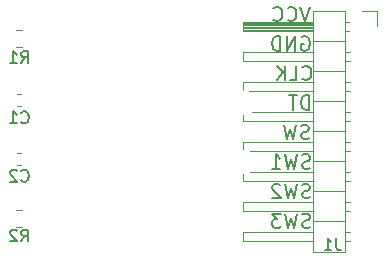
<source format=gbr>
G04 #@! TF.GenerationSoftware,KiCad,Pcbnew,(5.1.5)-3*
G04 #@! TF.CreationDate,2020-04-13T22:53:19+08:00*
G04 #@! TF.ProjectId,encoder_3btn,656e636f-6465-4725-9f33-62746e2e6b69,rev?*
G04 #@! TF.SameCoordinates,Original*
G04 #@! TF.FileFunction,Legend,Bot*
G04 #@! TF.FilePolarity,Positive*
%FSLAX46Y46*%
G04 Gerber Fmt 4.6, Leading zero omitted, Abs format (unit mm)*
G04 Created by KiCad (PCBNEW (5.1.5)-3) date 2020-04-13 22:53:19*
%MOMM*%
%LPD*%
G04 APERTURE LIST*
%ADD10C,0.150000*%
%ADD11C,0.120000*%
%ADD12C,2.102000*%
%ADD13R,2.102000X2.102000*%
%ADD14R,3.302000X2.102000*%
%ADD15C,6.102000*%
%ADD16C,0.902000*%
%ADD17C,0.100000*%
%ADD18O,1.802000X1.802000*%
%ADD19R,1.802000X1.802000*%
G04 APERTURE END LIST*
D10*
X142600000Y-125985714D02*
X142428571Y-126042857D01*
X142142857Y-126042857D01*
X142028571Y-125985714D01*
X141971428Y-125928571D01*
X141914285Y-125814285D01*
X141914285Y-125700000D01*
X141971428Y-125585714D01*
X142028571Y-125528571D01*
X142142857Y-125471428D01*
X142371428Y-125414285D01*
X142485714Y-125357142D01*
X142542857Y-125300000D01*
X142600000Y-125185714D01*
X142600000Y-125071428D01*
X142542857Y-124957142D01*
X142485714Y-124900000D01*
X142371428Y-124842857D01*
X142085714Y-124842857D01*
X141914285Y-124900000D01*
X141514285Y-124842857D02*
X141228571Y-126042857D01*
X141000000Y-125185714D01*
X140771428Y-126042857D01*
X140485714Y-124842857D01*
X140142857Y-124842857D02*
X139400000Y-124842857D01*
X139800000Y-125300000D01*
X139628571Y-125300000D01*
X139514285Y-125357142D01*
X139457142Y-125414285D01*
X139400000Y-125528571D01*
X139400000Y-125814285D01*
X139457142Y-125928571D01*
X139514285Y-125985714D01*
X139628571Y-126042857D01*
X139971428Y-126042857D01*
X140085714Y-125985714D01*
X140142857Y-125928571D01*
X142600000Y-123485714D02*
X142428571Y-123542857D01*
X142142857Y-123542857D01*
X142028571Y-123485714D01*
X141971428Y-123428571D01*
X141914285Y-123314285D01*
X141914285Y-123200000D01*
X141971428Y-123085714D01*
X142028571Y-123028571D01*
X142142857Y-122971428D01*
X142371428Y-122914285D01*
X142485714Y-122857142D01*
X142542857Y-122800000D01*
X142600000Y-122685714D01*
X142600000Y-122571428D01*
X142542857Y-122457142D01*
X142485714Y-122400000D01*
X142371428Y-122342857D01*
X142085714Y-122342857D01*
X141914285Y-122400000D01*
X141514285Y-122342857D02*
X141228571Y-123542857D01*
X141000000Y-122685714D01*
X140771428Y-123542857D01*
X140485714Y-122342857D01*
X140085714Y-122457142D02*
X140028571Y-122400000D01*
X139914285Y-122342857D01*
X139628571Y-122342857D01*
X139514285Y-122400000D01*
X139457142Y-122457142D01*
X139400000Y-122571428D01*
X139400000Y-122685714D01*
X139457142Y-122857142D01*
X140142857Y-123542857D01*
X139400000Y-123542857D01*
X142600000Y-120985714D02*
X142428571Y-121042857D01*
X142142857Y-121042857D01*
X142028571Y-120985714D01*
X141971428Y-120928571D01*
X141914285Y-120814285D01*
X141914285Y-120700000D01*
X141971428Y-120585714D01*
X142028571Y-120528571D01*
X142142857Y-120471428D01*
X142371428Y-120414285D01*
X142485714Y-120357142D01*
X142542857Y-120300000D01*
X142600000Y-120185714D01*
X142600000Y-120071428D01*
X142542857Y-119957142D01*
X142485714Y-119900000D01*
X142371428Y-119842857D01*
X142085714Y-119842857D01*
X141914285Y-119900000D01*
X141514285Y-119842857D02*
X141228571Y-121042857D01*
X141000000Y-120185714D01*
X140771428Y-121042857D01*
X140485714Y-119842857D01*
X139400000Y-121042857D02*
X140085714Y-121042857D01*
X139742857Y-121042857D02*
X139742857Y-119842857D01*
X139857142Y-120014285D01*
X139971428Y-120128571D01*
X140085714Y-120185714D01*
X142528571Y-118485714D02*
X142357142Y-118542857D01*
X142071428Y-118542857D01*
X141957142Y-118485714D01*
X141900000Y-118428571D01*
X141842857Y-118314285D01*
X141842857Y-118200000D01*
X141900000Y-118085714D01*
X141957142Y-118028571D01*
X142071428Y-117971428D01*
X142300000Y-117914285D01*
X142414285Y-117857142D01*
X142471428Y-117800000D01*
X142528571Y-117685714D01*
X142528571Y-117571428D01*
X142471428Y-117457142D01*
X142414285Y-117400000D01*
X142300000Y-117342857D01*
X142014285Y-117342857D01*
X141842857Y-117400000D01*
X141442857Y-117342857D02*
X141157142Y-118542857D01*
X140928571Y-117685714D01*
X140700000Y-118542857D01*
X140414285Y-117342857D01*
X142521428Y-116042857D02*
X142521428Y-114842857D01*
X142235714Y-114842857D01*
X142064285Y-114900000D01*
X141950000Y-115014285D01*
X141892857Y-115128571D01*
X141835714Y-115357142D01*
X141835714Y-115528571D01*
X141892857Y-115757142D01*
X141950000Y-115871428D01*
X142064285Y-115985714D01*
X142235714Y-116042857D01*
X142521428Y-116042857D01*
X141492857Y-114842857D02*
X140807142Y-114842857D01*
X141150000Y-116042857D02*
X141150000Y-114842857D01*
X141964285Y-113428571D02*
X142021428Y-113485714D01*
X142192857Y-113542857D01*
X142307142Y-113542857D01*
X142478571Y-113485714D01*
X142592857Y-113371428D01*
X142650000Y-113257142D01*
X142707142Y-113028571D01*
X142707142Y-112857142D01*
X142650000Y-112628571D01*
X142592857Y-112514285D01*
X142478571Y-112400000D01*
X142307142Y-112342857D01*
X142192857Y-112342857D01*
X142021428Y-112400000D01*
X141964285Y-112457142D01*
X140878571Y-113542857D02*
X141450000Y-113542857D01*
X141450000Y-112342857D01*
X140478571Y-113542857D02*
X140478571Y-112342857D01*
X139792857Y-113542857D02*
X140307142Y-112857142D01*
X139792857Y-112342857D02*
X140478571Y-113028571D01*
X141914285Y-109900000D02*
X142028571Y-109842857D01*
X142200000Y-109842857D01*
X142371428Y-109900000D01*
X142485714Y-110014285D01*
X142542857Y-110128571D01*
X142600000Y-110357142D01*
X142600000Y-110528571D01*
X142542857Y-110757142D01*
X142485714Y-110871428D01*
X142371428Y-110985714D01*
X142200000Y-111042857D01*
X142085714Y-111042857D01*
X141914285Y-110985714D01*
X141857142Y-110928571D01*
X141857142Y-110528571D01*
X142085714Y-110528571D01*
X141342857Y-111042857D02*
X141342857Y-109842857D01*
X140657142Y-111042857D01*
X140657142Y-109842857D01*
X140085714Y-111042857D02*
X140085714Y-109842857D01*
X139800000Y-109842857D01*
X139628571Y-109900000D01*
X139514285Y-110014285D01*
X139457142Y-110128571D01*
X139400000Y-110357142D01*
X139400000Y-110528571D01*
X139457142Y-110757142D01*
X139514285Y-110871428D01*
X139628571Y-110985714D01*
X139800000Y-111042857D01*
X140085714Y-111042857D01*
X142600000Y-107342857D02*
X142200000Y-108542857D01*
X141800000Y-107342857D01*
X140714285Y-108428571D02*
X140771428Y-108485714D01*
X140942857Y-108542857D01*
X141057142Y-108542857D01*
X141228571Y-108485714D01*
X141342857Y-108371428D01*
X141400000Y-108257142D01*
X141457142Y-108028571D01*
X141457142Y-107857142D01*
X141400000Y-107628571D01*
X141342857Y-107514285D01*
X141228571Y-107400000D01*
X141057142Y-107342857D01*
X140942857Y-107342857D01*
X140771428Y-107400000D01*
X140714285Y-107457142D01*
X139514285Y-108428571D02*
X139571428Y-108485714D01*
X139742857Y-108542857D01*
X139857142Y-108542857D01*
X140028571Y-108485714D01*
X140142857Y-108371428D01*
X140200000Y-108257142D01*
X140257142Y-108028571D01*
X140257142Y-107857142D01*
X140200000Y-107628571D01*
X140142857Y-107514285D01*
X140028571Y-107400000D01*
X139857142Y-107342857D01*
X139742857Y-107342857D01*
X139571428Y-107400000D01*
X139514285Y-107457142D01*
D11*
X118261252Y-125960000D02*
X117738748Y-125960000D01*
X118261252Y-124540000D02*
X117738748Y-124540000D01*
X117738748Y-109290000D02*
X118261252Y-109290000D01*
X117738748Y-110710000D02*
X118261252Y-110710000D01*
X148270000Y-107730000D02*
X147000000Y-107730000D01*
X148270000Y-109000000D02*
X148270000Y-107730000D01*
X145957071Y-127160000D02*
X145560000Y-127160000D01*
X145957071Y-126400000D02*
X145560000Y-126400000D01*
X136900000Y-127160000D02*
X142900000Y-127160000D01*
X136900000Y-126400000D02*
X136900000Y-127160000D01*
X142900000Y-126400000D02*
X136900000Y-126400000D01*
X145560000Y-125510000D02*
X142900000Y-125510000D01*
X145957071Y-124620000D02*
X145560000Y-124620000D01*
X145957071Y-123860000D02*
X145560000Y-123860000D01*
X136900000Y-124620000D02*
X142900000Y-124620000D01*
X136900000Y-123860000D02*
X136900000Y-124620000D01*
X142900000Y-123860000D02*
X136900000Y-123860000D01*
X145560000Y-122970000D02*
X142900000Y-122970000D01*
X145957071Y-122080000D02*
X145560000Y-122080000D01*
X145957071Y-121320000D02*
X145560000Y-121320000D01*
X136900000Y-122080000D02*
X142900000Y-122080000D01*
X136900000Y-121320000D02*
X136900000Y-122080000D01*
X142900000Y-121320000D02*
X136900000Y-121320000D01*
X145560000Y-120430000D02*
X142900000Y-120430000D01*
X145957071Y-119540000D02*
X145560000Y-119540000D01*
X145957071Y-118780000D02*
X145560000Y-118780000D01*
X136900000Y-119540000D02*
X142900000Y-119540000D01*
X136900000Y-118780000D02*
X136900000Y-119540000D01*
X142900000Y-118780000D02*
X136900000Y-118780000D01*
X145560000Y-117890000D02*
X142900000Y-117890000D01*
X145957071Y-117000000D02*
X145560000Y-117000000D01*
X145957071Y-116240000D02*
X145560000Y-116240000D01*
X136900000Y-117000000D02*
X142900000Y-117000000D01*
X136900000Y-116240000D02*
X136900000Y-117000000D01*
X142900000Y-116240000D02*
X136900000Y-116240000D01*
X145560000Y-115350000D02*
X142900000Y-115350000D01*
X145957071Y-114460000D02*
X145560000Y-114460000D01*
X145957071Y-113700000D02*
X145560000Y-113700000D01*
X136900000Y-114460000D02*
X142900000Y-114460000D01*
X136900000Y-113700000D02*
X136900000Y-114460000D01*
X142900000Y-113700000D02*
X136900000Y-113700000D01*
X145560000Y-112810000D02*
X142900000Y-112810000D01*
X145957071Y-111920000D02*
X145560000Y-111920000D01*
X145957071Y-111160000D02*
X145560000Y-111160000D01*
X136900000Y-111920000D02*
X142900000Y-111920000D01*
X136900000Y-111160000D02*
X136900000Y-111920000D01*
X142900000Y-111160000D02*
X136900000Y-111160000D01*
X145560000Y-110270000D02*
X142900000Y-110270000D01*
X145890000Y-109380000D02*
X145560000Y-109380000D01*
X145890000Y-108620000D02*
X145560000Y-108620000D01*
X142900000Y-109280000D02*
X136900000Y-109280000D01*
X142900000Y-109160000D02*
X136900000Y-109160000D01*
X142900000Y-109040000D02*
X136900000Y-109040000D01*
X142900000Y-108920000D02*
X136900000Y-108920000D01*
X142900000Y-108800000D02*
X136900000Y-108800000D01*
X142900000Y-108680000D02*
X136900000Y-108680000D01*
X136900000Y-109380000D02*
X142900000Y-109380000D01*
X136900000Y-108620000D02*
X136900000Y-109380000D01*
X142900000Y-108620000D02*
X136900000Y-108620000D01*
X142900000Y-107670000D02*
X145560000Y-107670000D01*
X142900000Y-128110000D02*
X142900000Y-107670000D01*
X145560000Y-128110000D02*
X142900000Y-128110000D01*
X145560000Y-107670000D02*
X145560000Y-128110000D01*
X117828733Y-119740000D02*
X118171267Y-119740000D01*
X117828733Y-120760000D02*
X118171267Y-120760000D01*
X118171267Y-115760000D02*
X117828733Y-115760000D01*
X118171267Y-114740000D02*
X117828733Y-114740000D01*
D10*
X118166666Y-127202380D02*
X118500000Y-126726190D01*
X118738095Y-127202380D02*
X118738095Y-126202380D01*
X118357142Y-126202380D01*
X118261904Y-126250000D01*
X118214285Y-126297619D01*
X118166666Y-126392857D01*
X118166666Y-126535714D01*
X118214285Y-126630952D01*
X118261904Y-126678571D01*
X118357142Y-126726190D01*
X118738095Y-126726190D01*
X117785714Y-126297619D02*
X117738095Y-126250000D01*
X117642857Y-126202380D01*
X117404761Y-126202380D01*
X117309523Y-126250000D01*
X117261904Y-126297619D01*
X117214285Y-126392857D01*
X117214285Y-126488095D01*
X117261904Y-126630952D01*
X117833333Y-127202380D01*
X117214285Y-127202380D01*
X118166666Y-112102380D02*
X118500000Y-111626190D01*
X118738095Y-112102380D02*
X118738095Y-111102380D01*
X118357142Y-111102380D01*
X118261904Y-111150000D01*
X118214285Y-111197619D01*
X118166666Y-111292857D01*
X118166666Y-111435714D01*
X118214285Y-111530952D01*
X118261904Y-111578571D01*
X118357142Y-111626190D01*
X118738095Y-111626190D01*
X117214285Y-112102380D02*
X117785714Y-112102380D01*
X117500000Y-112102380D02*
X117500000Y-111102380D01*
X117595238Y-111245238D01*
X117690476Y-111340476D01*
X117785714Y-111388095D01*
X144833333Y-126952380D02*
X144833333Y-127666666D01*
X144880952Y-127809523D01*
X144976190Y-127904761D01*
X145119047Y-127952380D01*
X145214285Y-127952380D01*
X143833333Y-127952380D02*
X144404761Y-127952380D01*
X144119047Y-127952380D02*
X144119047Y-126952380D01*
X144214285Y-127095238D01*
X144309523Y-127190476D01*
X144404761Y-127238095D01*
X118166666Y-122037142D02*
X118214285Y-122084761D01*
X118357142Y-122132380D01*
X118452380Y-122132380D01*
X118595238Y-122084761D01*
X118690476Y-121989523D01*
X118738095Y-121894285D01*
X118785714Y-121703809D01*
X118785714Y-121560952D01*
X118738095Y-121370476D01*
X118690476Y-121275238D01*
X118595238Y-121180000D01*
X118452380Y-121132380D01*
X118357142Y-121132380D01*
X118214285Y-121180000D01*
X118166666Y-121227619D01*
X117785714Y-121227619D02*
X117738095Y-121180000D01*
X117642857Y-121132380D01*
X117404761Y-121132380D01*
X117309523Y-121180000D01*
X117261904Y-121227619D01*
X117214285Y-121322857D01*
X117214285Y-121418095D01*
X117261904Y-121560952D01*
X117833333Y-122132380D01*
X117214285Y-122132380D01*
X118166666Y-117107142D02*
X118214285Y-117154761D01*
X118357142Y-117202380D01*
X118452380Y-117202380D01*
X118595238Y-117154761D01*
X118690476Y-117059523D01*
X118738095Y-116964285D01*
X118785714Y-116773809D01*
X118785714Y-116630952D01*
X118738095Y-116440476D01*
X118690476Y-116345238D01*
X118595238Y-116250000D01*
X118452380Y-116202380D01*
X118357142Y-116202380D01*
X118214285Y-116250000D01*
X118166666Y-116297619D01*
X117214285Y-117202380D02*
X117785714Y-117202380D01*
X117500000Y-117202380D02*
X117500000Y-116202380D01*
X117595238Y-116345238D01*
X117690476Y-116440476D01*
X117785714Y-116488095D01*
%LPC*%
D12*
X113250000Y-125750000D03*
X113250000Y-130250000D03*
X106750000Y-125750000D03*
X106750000Y-130250000D03*
X113250000Y-115750000D03*
X113250000Y-120250000D03*
X106750000Y-115750000D03*
X106750000Y-120250000D03*
X113250000Y-105750000D03*
X113250000Y-110250000D03*
X106750000Y-105750000D03*
X106750000Y-110250000D03*
D13*
X122500000Y-115500000D03*
D12*
X122500000Y-118000000D03*
X122500000Y-120500000D03*
D14*
X130000000Y-112400000D03*
X130000000Y-123600000D03*
D12*
X137000000Y-115500000D03*
X137000000Y-120500000D03*
D15*
X147500000Y-102500000D03*
D16*
X149750000Y-102500000D03*
X149090990Y-104090990D03*
X147500000Y-104750000D03*
X145909010Y-104090990D03*
X145250000Y-102500000D03*
X145909010Y-100909010D03*
X147500000Y-100250000D03*
X149090990Y-100909010D03*
X104090990Y-100909010D03*
X102500000Y-100250000D03*
X100909010Y-100909010D03*
X100250000Y-102500000D03*
X100909010Y-104090990D03*
X102500000Y-104750000D03*
X104090990Y-104090990D03*
X104750000Y-102500000D03*
D15*
X102500000Y-102500000D03*
X102500000Y-133500000D03*
D16*
X104750000Y-133500000D03*
X104090990Y-135090990D03*
X102500000Y-135750000D03*
X100909010Y-135090990D03*
X100250000Y-133500000D03*
X100909010Y-131909010D03*
X102500000Y-131250000D03*
X104090990Y-131909010D03*
X149090990Y-131909010D03*
X147500000Y-131250000D03*
X145909010Y-131909010D03*
X145250000Y-133500000D03*
X145909010Y-135090990D03*
X147500000Y-135750000D03*
X149090990Y-135090990D03*
X149750000Y-133500000D03*
D15*
X147500000Y-133500000D03*
D17*
G36*
X117355505Y-124500311D02*
G01*
X117381925Y-124504230D01*
X117407835Y-124510720D01*
X117432983Y-124519718D01*
X117457128Y-124531138D01*
X117480038Y-124544869D01*
X117501492Y-124560780D01*
X117521282Y-124578718D01*
X117539220Y-124598508D01*
X117555131Y-124619962D01*
X117568862Y-124642872D01*
X117580282Y-124667017D01*
X117589280Y-124692165D01*
X117595770Y-124718075D01*
X117599689Y-124744495D01*
X117601000Y-124771173D01*
X117601000Y-125728827D01*
X117599689Y-125755505D01*
X117595770Y-125781925D01*
X117589280Y-125807835D01*
X117580282Y-125832983D01*
X117568862Y-125857128D01*
X117555131Y-125880038D01*
X117539220Y-125901492D01*
X117521282Y-125921282D01*
X117501492Y-125939220D01*
X117480038Y-125955131D01*
X117457128Y-125968862D01*
X117432983Y-125980282D01*
X117407835Y-125989280D01*
X117381925Y-125995770D01*
X117355505Y-125999689D01*
X117328827Y-126001000D01*
X116621173Y-126001000D01*
X116594495Y-125999689D01*
X116568075Y-125995770D01*
X116542165Y-125989280D01*
X116517017Y-125980282D01*
X116492872Y-125968862D01*
X116469962Y-125955131D01*
X116448508Y-125939220D01*
X116428718Y-125921282D01*
X116410780Y-125901492D01*
X116394869Y-125880038D01*
X116381138Y-125857128D01*
X116369718Y-125832983D01*
X116360720Y-125807835D01*
X116354230Y-125781925D01*
X116350311Y-125755505D01*
X116349000Y-125728827D01*
X116349000Y-124771173D01*
X116350311Y-124744495D01*
X116354230Y-124718075D01*
X116360720Y-124692165D01*
X116369718Y-124667017D01*
X116381138Y-124642872D01*
X116394869Y-124619962D01*
X116410780Y-124598508D01*
X116428718Y-124578718D01*
X116448508Y-124560780D01*
X116469962Y-124544869D01*
X116492872Y-124531138D01*
X116517017Y-124519718D01*
X116542165Y-124510720D01*
X116568075Y-124504230D01*
X116594495Y-124500311D01*
X116621173Y-124499000D01*
X117328827Y-124499000D01*
X117355505Y-124500311D01*
G37*
G36*
X119405505Y-124500311D02*
G01*
X119431925Y-124504230D01*
X119457835Y-124510720D01*
X119482983Y-124519718D01*
X119507128Y-124531138D01*
X119530038Y-124544869D01*
X119551492Y-124560780D01*
X119571282Y-124578718D01*
X119589220Y-124598508D01*
X119605131Y-124619962D01*
X119618862Y-124642872D01*
X119630282Y-124667017D01*
X119639280Y-124692165D01*
X119645770Y-124718075D01*
X119649689Y-124744495D01*
X119651000Y-124771173D01*
X119651000Y-125728827D01*
X119649689Y-125755505D01*
X119645770Y-125781925D01*
X119639280Y-125807835D01*
X119630282Y-125832983D01*
X119618862Y-125857128D01*
X119605131Y-125880038D01*
X119589220Y-125901492D01*
X119571282Y-125921282D01*
X119551492Y-125939220D01*
X119530038Y-125955131D01*
X119507128Y-125968862D01*
X119482983Y-125980282D01*
X119457835Y-125989280D01*
X119431925Y-125995770D01*
X119405505Y-125999689D01*
X119378827Y-126001000D01*
X118671173Y-126001000D01*
X118644495Y-125999689D01*
X118618075Y-125995770D01*
X118592165Y-125989280D01*
X118567017Y-125980282D01*
X118542872Y-125968862D01*
X118519962Y-125955131D01*
X118498508Y-125939220D01*
X118478718Y-125921282D01*
X118460780Y-125901492D01*
X118444869Y-125880038D01*
X118431138Y-125857128D01*
X118419718Y-125832983D01*
X118410720Y-125807835D01*
X118404230Y-125781925D01*
X118400311Y-125755505D01*
X118399000Y-125728827D01*
X118399000Y-124771173D01*
X118400311Y-124744495D01*
X118404230Y-124718075D01*
X118410720Y-124692165D01*
X118419718Y-124667017D01*
X118431138Y-124642872D01*
X118444869Y-124619962D01*
X118460780Y-124598508D01*
X118478718Y-124578718D01*
X118498508Y-124560780D01*
X118519962Y-124544869D01*
X118542872Y-124531138D01*
X118567017Y-124519718D01*
X118592165Y-124510720D01*
X118618075Y-124504230D01*
X118644495Y-124500311D01*
X118671173Y-124499000D01*
X119378827Y-124499000D01*
X119405505Y-124500311D01*
G37*
G36*
X119405505Y-109250311D02*
G01*
X119431925Y-109254230D01*
X119457835Y-109260720D01*
X119482983Y-109269718D01*
X119507128Y-109281138D01*
X119530038Y-109294869D01*
X119551492Y-109310780D01*
X119571282Y-109328718D01*
X119589220Y-109348508D01*
X119605131Y-109369962D01*
X119618862Y-109392872D01*
X119630282Y-109417017D01*
X119639280Y-109442165D01*
X119645770Y-109468075D01*
X119649689Y-109494495D01*
X119651000Y-109521173D01*
X119651000Y-110478827D01*
X119649689Y-110505505D01*
X119645770Y-110531925D01*
X119639280Y-110557835D01*
X119630282Y-110582983D01*
X119618862Y-110607128D01*
X119605131Y-110630038D01*
X119589220Y-110651492D01*
X119571282Y-110671282D01*
X119551492Y-110689220D01*
X119530038Y-110705131D01*
X119507128Y-110718862D01*
X119482983Y-110730282D01*
X119457835Y-110739280D01*
X119431925Y-110745770D01*
X119405505Y-110749689D01*
X119378827Y-110751000D01*
X118671173Y-110751000D01*
X118644495Y-110749689D01*
X118618075Y-110745770D01*
X118592165Y-110739280D01*
X118567017Y-110730282D01*
X118542872Y-110718862D01*
X118519962Y-110705131D01*
X118498508Y-110689220D01*
X118478718Y-110671282D01*
X118460780Y-110651492D01*
X118444869Y-110630038D01*
X118431138Y-110607128D01*
X118419718Y-110582983D01*
X118410720Y-110557835D01*
X118404230Y-110531925D01*
X118400311Y-110505505D01*
X118399000Y-110478827D01*
X118399000Y-109521173D01*
X118400311Y-109494495D01*
X118404230Y-109468075D01*
X118410720Y-109442165D01*
X118419718Y-109417017D01*
X118431138Y-109392872D01*
X118444869Y-109369962D01*
X118460780Y-109348508D01*
X118478718Y-109328718D01*
X118498508Y-109310780D01*
X118519962Y-109294869D01*
X118542872Y-109281138D01*
X118567017Y-109269718D01*
X118592165Y-109260720D01*
X118618075Y-109254230D01*
X118644495Y-109250311D01*
X118671173Y-109249000D01*
X119378827Y-109249000D01*
X119405505Y-109250311D01*
G37*
G36*
X117355505Y-109250311D02*
G01*
X117381925Y-109254230D01*
X117407835Y-109260720D01*
X117432983Y-109269718D01*
X117457128Y-109281138D01*
X117480038Y-109294869D01*
X117501492Y-109310780D01*
X117521282Y-109328718D01*
X117539220Y-109348508D01*
X117555131Y-109369962D01*
X117568862Y-109392872D01*
X117580282Y-109417017D01*
X117589280Y-109442165D01*
X117595770Y-109468075D01*
X117599689Y-109494495D01*
X117601000Y-109521173D01*
X117601000Y-110478827D01*
X117599689Y-110505505D01*
X117595770Y-110531925D01*
X117589280Y-110557835D01*
X117580282Y-110582983D01*
X117568862Y-110607128D01*
X117555131Y-110630038D01*
X117539220Y-110651492D01*
X117521282Y-110671282D01*
X117501492Y-110689220D01*
X117480038Y-110705131D01*
X117457128Y-110718862D01*
X117432983Y-110730282D01*
X117407835Y-110739280D01*
X117381925Y-110745770D01*
X117355505Y-110749689D01*
X117328827Y-110751000D01*
X116621173Y-110751000D01*
X116594495Y-110749689D01*
X116568075Y-110745770D01*
X116542165Y-110739280D01*
X116517017Y-110730282D01*
X116492872Y-110718862D01*
X116469962Y-110705131D01*
X116448508Y-110689220D01*
X116428718Y-110671282D01*
X116410780Y-110651492D01*
X116394869Y-110630038D01*
X116381138Y-110607128D01*
X116369718Y-110582983D01*
X116360720Y-110557835D01*
X116354230Y-110531925D01*
X116350311Y-110505505D01*
X116349000Y-110478827D01*
X116349000Y-109521173D01*
X116350311Y-109494495D01*
X116354230Y-109468075D01*
X116360720Y-109442165D01*
X116369718Y-109417017D01*
X116381138Y-109392872D01*
X116394869Y-109369962D01*
X116410780Y-109348508D01*
X116428718Y-109328718D01*
X116448508Y-109310780D01*
X116469962Y-109294869D01*
X116492872Y-109281138D01*
X116517017Y-109269718D01*
X116542165Y-109260720D01*
X116568075Y-109254230D01*
X116594495Y-109250311D01*
X116621173Y-109249000D01*
X117328827Y-109249000D01*
X117355505Y-109250311D01*
G37*
D18*
X147000000Y-126780000D03*
X147000000Y-124240000D03*
X147000000Y-121700000D03*
X147000000Y-119160000D03*
X147000000Y-116620000D03*
X147000000Y-114080000D03*
X147000000Y-111540000D03*
D19*
X147000000Y-109000000D03*
D17*
G36*
X119213779Y-119725266D02*
G01*
X119239309Y-119729053D01*
X119264345Y-119735325D01*
X119288646Y-119744020D01*
X119311977Y-119755055D01*
X119334115Y-119768323D01*
X119354845Y-119783698D01*
X119373969Y-119801031D01*
X119391302Y-119820155D01*
X119406677Y-119840885D01*
X119419945Y-119863023D01*
X119430980Y-119886354D01*
X119439675Y-119910655D01*
X119445947Y-119935691D01*
X119449734Y-119961221D01*
X119451000Y-119987000D01*
X119451000Y-120513000D01*
X119449734Y-120538779D01*
X119445947Y-120564309D01*
X119439675Y-120589345D01*
X119430980Y-120613646D01*
X119419945Y-120636977D01*
X119406677Y-120659115D01*
X119391302Y-120679845D01*
X119373969Y-120698969D01*
X119354845Y-120716302D01*
X119334115Y-120731677D01*
X119311977Y-120744945D01*
X119288646Y-120755980D01*
X119264345Y-120764675D01*
X119239309Y-120770947D01*
X119213779Y-120774734D01*
X119188000Y-120776000D01*
X118562000Y-120776000D01*
X118536221Y-120774734D01*
X118510691Y-120770947D01*
X118485655Y-120764675D01*
X118461354Y-120755980D01*
X118438023Y-120744945D01*
X118415885Y-120731677D01*
X118395155Y-120716302D01*
X118376031Y-120698969D01*
X118358698Y-120679845D01*
X118343323Y-120659115D01*
X118330055Y-120636977D01*
X118319020Y-120613646D01*
X118310325Y-120589345D01*
X118304053Y-120564309D01*
X118300266Y-120538779D01*
X118299000Y-120513000D01*
X118299000Y-119987000D01*
X118300266Y-119961221D01*
X118304053Y-119935691D01*
X118310325Y-119910655D01*
X118319020Y-119886354D01*
X118330055Y-119863023D01*
X118343323Y-119840885D01*
X118358698Y-119820155D01*
X118376031Y-119801031D01*
X118395155Y-119783698D01*
X118415885Y-119768323D01*
X118438023Y-119755055D01*
X118461354Y-119744020D01*
X118485655Y-119735325D01*
X118510691Y-119729053D01*
X118536221Y-119725266D01*
X118562000Y-119724000D01*
X119188000Y-119724000D01*
X119213779Y-119725266D01*
G37*
G36*
X117463779Y-119725266D02*
G01*
X117489309Y-119729053D01*
X117514345Y-119735325D01*
X117538646Y-119744020D01*
X117561977Y-119755055D01*
X117584115Y-119768323D01*
X117604845Y-119783698D01*
X117623969Y-119801031D01*
X117641302Y-119820155D01*
X117656677Y-119840885D01*
X117669945Y-119863023D01*
X117680980Y-119886354D01*
X117689675Y-119910655D01*
X117695947Y-119935691D01*
X117699734Y-119961221D01*
X117701000Y-119987000D01*
X117701000Y-120513000D01*
X117699734Y-120538779D01*
X117695947Y-120564309D01*
X117689675Y-120589345D01*
X117680980Y-120613646D01*
X117669945Y-120636977D01*
X117656677Y-120659115D01*
X117641302Y-120679845D01*
X117623969Y-120698969D01*
X117604845Y-120716302D01*
X117584115Y-120731677D01*
X117561977Y-120744945D01*
X117538646Y-120755980D01*
X117514345Y-120764675D01*
X117489309Y-120770947D01*
X117463779Y-120774734D01*
X117438000Y-120776000D01*
X116812000Y-120776000D01*
X116786221Y-120774734D01*
X116760691Y-120770947D01*
X116735655Y-120764675D01*
X116711354Y-120755980D01*
X116688023Y-120744945D01*
X116665885Y-120731677D01*
X116645155Y-120716302D01*
X116626031Y-120698969D01*
X116608698Y-120679845D01*
X116593323Y-120659115D01*
X116580055Y-120636977D01*
X116569020Y-120613646D01*
X116560325Y-120589345D01*
X116554053Y-120564309D01*
X116550266Y-120538779D01*
X116549000Y-120513000D01*
X116549000Y-119987000D01*
X116550266Y-119961221D01*
X116554053Y-119935691D01*
X116560325Y-119910655D01*
X116569020Y-119886354D01*
X116580055Y-119863023D01*
X116593323Y-119840885D01*
X116608698Y-119820155D01*
X116626031Y-119801031D01*
X116645155Y-119783698D01*
X116665885Y-119768323D01*
X116688023Y-119755055D01*
X116711354Y-119744020D01*
X116735655Y-119735325D01*
X116760691Y-119729053D01*
X116786221Y-119725266D01*
X116812000Y-119724000D01*
X117438000Y-119724000D01*
X117463779Y-119725266D01*
G37*
G36*
X117463779Y-114725266D02*
G01*
X117489309Y-114729053D01*
X117514345Y-114735325D01*
X117538646Y-114744020D01*
X117561977Y-114755055D01*
X117584115Y-114768323D01*
X117604845Y-114783698D01*
X117623969Y-114801031D01*
X117641302Y-114820155D01*
X117656677Y-114840885D01*
X117669945Y-114863023D01*
X117680980Y-114886354D01*
X117689675Y-114910655D01*
X117695947Y-114935691D01*
X117699734Y-114961221D01*
X117701000Y-114987000D01*
X117701000Y-115513000D01*
X117699734Y-115538779D01*
X117695947Y-115564309D01*
X117689675Y-115589345D01*
X117680980Y-115613646D01*
X117669945Y-115636977D01*
X117656677Y-115659115D01*
X117641302Y-115679845D01*
X117623969Y-115698969D01*
X117604845Y-115716302D01*
X117584115Y-115731677D01*
X117561977Y-115744945D01*
X117538646Y-115755980D01*
X117514345Y-115764675D01*
X117489309Y-115770947D01*
X117463779Y-115774734D01*
X117438000Y-115776000D01*
X116812000Y-115776000D01*
X116786221Y-115774734D01*
X116760691Y-115770947D01*
X116735655Y-115764675D01*
X116711354Y-115755980D01*
X116688023Y-115744945D01*
X116665885Y-115731677D01*
X116645155Y-115716302D01*
X116626031Y-115698969D01*
X116608698Y-115679845D01*
X116593323Y-115659115D01*
X116580055Y-115636977D01*
X116569020Y-115613646D01*
X116560325Y-115589345D01*
X116554053Y-115564309D01*
X116550266Y-115538779D01*
X116549000Y-115513000D01*
X116549000Y-114987000D01*
X116550266Y-114961221D01*
X116554053Y-114935691D01*
X116560325Y-114910655D01*
X116569020Y-114886354D01*
X116580055Y-114863023D01*
X116593323Y-114840885D01*
X116608698Y-114820155D01*
X116626031Y-114801031D01*
X116645155Y-114783698D01*
X116665885Y-114768323D01*
X116688023Y-114755055D01*
X116711354Y-114744020D01*
X116735655Y-114735325D01*
X116760691Y-114729053D01*
X116786221Y-114725266D01*
X116812000Y-114724000D01*
X117438000Y-114724000D01*
X117463779Y-114725266D01*
G37*
G36*
X119213779Y-114725266D02*
G01*
X119239309Y-114729053D01*
X119264345Y-114735325D01*
X119288646Y-114744020D01*
X119311977Y-114755055D01*
X119334115Y-114768323D01*
X119354845Y-114783698D01*
X119373969Y-114801031D01*
X119391302Y-114820155D01*
X119406677Y-114840885D01*
X119419945Y-114863023D01*
X119430980Y-114886354D01*
X119439675Y-114910655D01*
X119445947Y-114935691D01*
X119449734Y-114961221D01*
X119451000Y-114987000D01*
X119451000Y-115513000D01*
X119449734Y-115538779D01*
X119445947Y-115564309D01*
X119439675Y-115589345D01*
X119430980Y-115613646D01*
X119419945Y-115636977D01*
X119406677Y-115659115D01*
X119391302Y-115679845D01*
X119373969Y-115698969D01*
X119354845Y-115716302D01*
X119334115Y-115731677D01*
X119311977Y-115744945D01*
X119288646Y-115755980D01*
X119264345Y-115764675D01*
X119239309Y-115770947D01*
X119213779Y-115774734D01*
X119188000Y-115776000D01*
X118562000Y-115776000D01*
X118536221Y-115774734D01*
X118510691Y-115770947D01*
X118485655Y-115764675D01*
X118461354Y-115755980D01*
X118438023Y-115744945D01*
X118415885Y-115731677D01*
X118395155Y-115716302D01*
X118376031Y-115698969D01*
X118358698Y-115679845D01*
X118343323Y-115659115D01*
X118330055Y-115636977D01*
X118319020Y-115613646D01*
X118310325Y-115589345D01*
X118304053Y-115564309D01*
X118300266Y-115538779D01*
X118299000Y-115513000D01*
X118299000Y-114987000D01*
X118300266Y-114961221D01*
X118304053Y-114935691D01*
X118310325Y-114910655D01*
X118319020Y-114886354D01*
X118330055Y-114863023D01*
X118343323Y-114840885D01*
X118358698Y-114820155D01*
X118376031Y-114801031D01*
X118395155Y-114783698D01*
X118415885Y-114768323D01*
X118438023Y-114755055D01*
X118461354Y-114744020D01*
X118485655Y-114735325D01*
X118510691Y-114729053D01*
X118536221Y-114725266D01*
X118562000Y-114724000D01*
X119188000Y-114724000D01*
X119213779Y-114725266D01*
G37*
M02*

</source>
